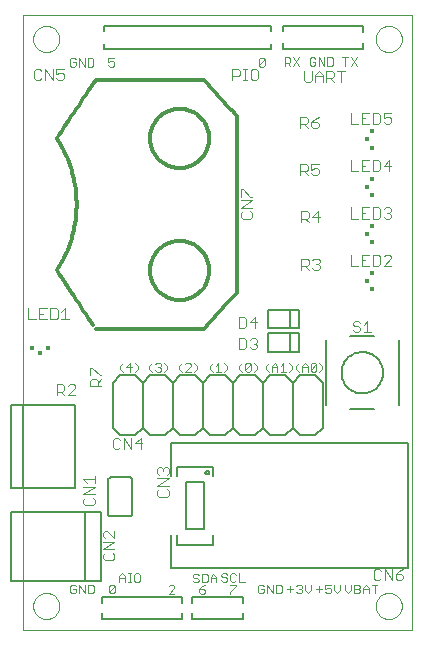
<source format=gto>
G75*
G70*
%OFA0B0*%
%FSLAX24Y24*%
%IPPOS*%
%LPD*%
%AMOC8*
5,1,8,0,0,1.08239X$1,22.5*
%
%ADD10C,0.0000*%
%ADD11C,0.0030*%
%ADD12C,0.0080*%
%ADD13R,0.0167X0.0128*%
%ADD14R,0.0138X0.0138*%
%ADD15C,0.0050*%
%ADD16C,0.0060*%
%ADD17C,0.0040*%
%ADD18R,0.0128X0.0167*%
%ADD19C,0.0118*%
D10*
X000519Y000100D02*
X000519Y020572D01*
X013511Y020572D01*
X013511Y000100D01*
X000519Y000100D01*
X000873Y000887D02*
X000875Y000928D01*
X000881Y000969D01*
X000891Y001009D01*
X000904Y001048D01*
X000921Y001085D01*
X000942Y001121D01*
X000966Y001155D01*
X000993Y001186D01*
X001022Y001214D01*
X001055Y001240D01*
X001089Y001262D01*
X001126Y001281D01*
X001164Y001296D01*
X001204Y001308D01*
X001244Y001316D01*
X001285Y001320D01*
X001327Y001320D01*
X001368Y001316D01*
X001408Y001308D01*
X001448Y001296D01*
X001486Y001281D01*
X001522Y001262D01*
X001557Y001240D01*
X001590Y001214D01*
X001619Y001186D01*
X001646Y001155D01*
X001670Y001121D01*
X001691Y001085D01*
X001708Y001048D01*
X001721Y001009D01*
X001731Y000969D01*
X001737Y000928D01*
X001739Y000887D01*
X001737Y000846D01*
X001731Y000805D01*
X001721Y000765D01*
X001708Y000726D01*
X001691Y000689D01*
X001670Y000653D01*
X001646Y000619D01*
X001619Y000588D01*
X001590Y000560D01*
X001557Y000534D01*
X001523Y000512D01*
X001486Y000493D01*
X001448Y000478D01*
X001408Y000466D01*
X001368Y000458D01*
X001327Y000454D01*
X001285Y000454D01*
X001244Y000458D01*
X001204Y000466D01*
X001164Y000478D01*
X001126Y000493D01*
X001090Y000512D01*
X001055Y000534D01*
X001022Y000560D01*
X000993Y000588D01*
X000966Y000619D01*
X000942Y000653D01*
X000921Y000689D01*
X000904Y000726D01*
X000891Y000765D01*
X000881Y000805D01*
X000875Y000846D01*
X000873Y000887D01*
X012290Y000887D02*
X012292Y000928D01*
X012298Y000969D01*
X012308Y001009D01*
X012321Y001048D01*
X012338Y001085D01*
X012359Y001121D01*
X012383Y001155D01*
X012410Y001186D01*
X012439Y001214D01*
X012472Y001240D01*
X012506Y001262D01*
X012543Y001281D01*
X012581Y001296D01*
X012621Y001308D01*
X012661Y001316D01*
X012702Y001320D01*
X012744Y001320D01*
X012785Y001316D01*
X012825Y001308D01*
X012865Y001296D01*
X012903Y001281D01*
X012939Y001262D01*
X012974Y001240D01*
X013007Y001214D01*
X013036Y001186D01*
X013063Y001155D01*
X013087Y001121D01*
X013108Y001085D01*
X013125Y001048D01*
X013138Y001009D01*
X013148Y000969D01*
X013154Y000928D01*
X013156Y000887D01*
X013154Y000846D01*
X013148Y000805D01*
X013138Y000765D01*
X013125Y000726D01*
X013108Y000689D01*
X013087Y000653D01*
X013063Y000619D01*
X013036Y000588D01*
X013007Y000560D01*
X012974Y000534D01*
X012940Y000512D01*
X012903Y000493D01*
X012865Y000478D01*
X012825Y000466D01*
X012785Y000458D01*
X012744Y000454D01*
X012702Y000454D01*
X012661Y000458D01*
X012621Y000466D01*
X012581Y000478D01*
X012543Y000493D01*
X012507Y000512D01*
X012472Y000534D01*
X012439Y000560D01*
X012410Y000588D01*
X012383Y000619D01*
X012359Y000653D01*
X012338Y000689D01*
X012321Y000726D01*
X012308Y000765D01*
X012298Y000805D01*
X012292Y000846D01*
X012290Y000887D01*
X012290Y019785D02*
X012292Y019826D01*
X012298Y019867D01*
X012308Y019907D01*
X012321Y019946D01*
X012338Y019983D01*
X012359Y020019D01*
X012383Y020053D01*
X012410Y020084D01*
X012439Y020112D01*
X012472Y020138D01*
X012506Y020160D01*
X012543Y020179D01*
X012581Y020194D01*
X012621Y020206D01*
X012661Y020214D01*
X012702Y020218D01*
X012744Y020218D01*
X012785Y020214D01*
X012825Y020206D01*
X012865Y020194D01*
X012903Y020179D01*
X012939Y020160D01*
X012974Y020138D01*
X013007Y020112D01*
X013036Y020084D01*
X013063Y020053D01*
X013087Y020019D01*
X013108Y019983D01*
X013125Y019946D01*
X013138Y019907D01*
X013148Y019867D01*
X013154Y019826D01*
X013156Y019785D01*
X013154Y019744D01*
X013148Y019703D01*
X013138Y019663D01*
X013125Y019624D01*
X013108Y019587D01*
X013087Y019551D01*
X013063Y019517D01*
X013036Y019486D01*
X013007Y019458D01*
X012974Y019432D01*
X012940Y019410D01*
X012903Y019391D01*
X012865Y019376D01*
X012825Y019364D01*
X012785Y019356D01*
X012744Y019352D01*
X012702Y019352D01*
X012661Y019356D01*
X012621Y019364D01*
X012581Y019376D01*
X012543Y019391D01*
X012507Y019410D01*
X012472Y019432D01*
X012439Y019458D01*
X012410Y019486D01*
X012383Y019517D01*
X012359Y019551D01*
X012338Y019587D01*
X012321Y019624D01*
X012308Y019663D01*
X012298Y019703D01*
X012292Y019744D01*
X012290Y019785D01*
X000873Y019785D02*
X000875Y019826D01*
X000881Y019867D01*
X000891Y019907D01*
X000904Y019946D01*
X000921Y019983D01*
X000942Y020019D01*
X000966Y020053D01*
X000993Y020084D01*
X001022Y020112D01*
X001055Y020138D01*
X001089Y020160D01*
X001126Y020179D01*
X001164Y020194D01*
X001204Y020206D01*
X001244Y020214D01*
X001285Y020218D01*
X001327Y020218D01*
X001368Y020214D01*
X001408Y020206D01*
X001448Y020194D01*
X001486Y020179D01*
X001522Y020160D01*
X001557Y020138D01*
X001590Y020112D01*
X001619Y020084D01*
X001646Y020053D01*
X001670Y020019D01*
X001691Y019983D01*
X001708Y019946D01*
X001721Y019907D01*
X001731Y019867D01*
X001737Y019826D01*
X001739Y019785D01*
X001737Y019744D01*
X001731Y019703D01*
X001721Y019663D01*
X001708Y019624D01*
X001691Y019587D01*
X001670Y019551D01*
X001646Y019517D01*
X001619Y019486D01*
X001590Y019458D01*
X001557Y019432D01*
X001523Y019410D01*
X001486Y019391D01*
X001448Y019376D01*
X001408Y019364D01*
X001368Y019356D01*
X001327Y019352D01*
X001285Y019352D01*
X001244Y019356D01*
X001204Y019364D01*
X001164Y019376D01*
X001126Y019391D01*
X001090Y019410D01*
X001055Y019432D01*
X001022Y019458D01*
X000993Y019486D01*
X000966Y019517D01*
X000942Y019551D01*
X000921Y019587D01*
X000904Y019624D01*
X000891Y019663D01*
X000881Y019703D01*
X000875Y019744D01*
X000873Y019785D01*
D11*
X002096Y019112D02*
X002096Y018918D01*
X002144Y018870D01*
X002241Y018870D01*
X002289Y018918D01*
X002289Y019015D01*
X002192Y019015D01*
X002096Y019112D02*
X002144Y019160D01*
X002241Y019160D01*
X002289Y019112D01*
X002390Y019160D02*
X002390Y018870D01*
X002584Y018870D02*
X002390Y019160D01*
X002584Y019160D02*
X002584Y018870D01*
X002685Y018870D02*
X002685Y019160D01*
X002830Y019160D01*
X002878Y019112D01*
X002878Y018918D01*
X002830Y018870D01*
X002685Y018870D01*
X003379Y018918D02*
X003427Y018870D01*
X003524Y018870D01*
X003572Y018918D01*
X003572Y019015D01*
X003524Y019063D01*
X003475Y019063D01*
X003379Y019015D01*
X003379Y019160D01*
X003572Y019160D01*
X007503Y018786D02*
X007503Y018416D01*
X007503Y018539D02*
X007688Y018539D01*
X007750Y018601D01*
X007750Y018724D01*
X007688Y018786D01*
X007503Y018786D01*
X007872Y018786D02*
X007995Y018786D01*
X007933Y018786D02*
X007933Y018416D01*
X007872Y018416D02*
X007995Y018416D01*
X008117Y018478D02*
X008117Y018724D01*
X008179Y018786D01*
X008302Y018786D01*
X008364Y018724D01*
X008364Y018478D01*
X008302Y018416D01*
X008179Y018416D01*
X008117Y018478D01*
X008447Y018870D02*
X008398Y018918D01*
X008592Y019112D01*
X008592Y018918D01*
X008543Y018870D01*
X008447Y018870D01*
X008398Y018918D02*
X008398Y019112D01*
X008447Y019160D01*
X008543Y019160D01*
X008592Y019112D01*
X009251Y019180D02*
X009251Y018889D01*
X009251Y018986D02*
X009396Y018986D01*
X009444Y019035D01*
X009444Y019131D01*
X009396Y019180D01*
X009251Y019180D01*
X009348Y018986D02*
X009444Y018889D01*
X009546Y018889D02*
X009739Y019180D01*
X009546Y019180D02*
X009739Y018889D01*
X009905Y018727D02*
X009905Y018418D01*
X009967Y018357D01*
X010090Y018357D01*
X010152Y018418D01*
X010152Y018727D01*
X010136Y018889D02*
X010233Y018889D01*
X010281Y018938D01*
X010281Y019035D01*
X010185Y019035D01*
X010281Y019131D02*
X010233Y019180D01*
X010136Y019180D01*
X010088Y019131D01*
X010088Y018938D01*
X010136Y018889D01*
X010382Y018889D02*
X010382Y019180D01*
X010576Y018889D01*
X010576Y019180D01*
X010677Y019180D02*
X010677Y018889D01*
X010822Y018889D01*
X010871Y018938D01*
X010871Y019131D01*
X010822Y019180D01*
X010677Y019180D01*
X010642Y018727D02*
X010827Y018727D01*
X010889Y018665D01*
X010889Y018542D01*
X010827Y018480D01*
X010642Y018480D01*
X010642Y018357D02*
X010642Y018727D01*
X010521Y018604D02*
X010521Y018357D01*
X010521Y018542D02*
X010274Y018542D01*
X010274Y018604D02*
X010397Y018727D01*
X010521Y018604D01*
X010274Y018604D02*
X010274Y018357D01*
X010765Y018480D02*
X010889Y018357D01*
X011134Y018357D02*
X011134Y018727D01*
X011257Y018727D02*
X011010Y018727D01*
X011277Y018889D02*
X011277Y019180D01*
X011373Y019180D02*
X011180Y019180D01*
X011475Y019180D02*
X011668Y018889D01*
X011475Y018889D02*
X011668Y019180D01*
X011819Y017324D02*
X011819Y016954D01*
X012066Y016954D01*
X012188Y016954D02*
X012188Y017324D01*
X012373Y017324D01*
X012435Y017262D01*
X012435Y017015D01*
X012373Y016954D01*
X012188Y016954D01*
X012066Y017324D02*
X011819Y017324D01*
X011819Y017139D02*
X011943Y017139D01*
X011698Y016954D02*
X011451Y016954D01*
X011451Y017324D01*
X011451Y015749D02*
X011451Y015379D01*
X011698Y015379D01*
X011819Y015379D02*
X012066Y015379D01*
X012188Y015379D02*
X012373Y015379D01*
X012435Y015440D01*
X012435Y015687D01*
X012373Y015749D01*
X012188Y015749D01*
X012188Y015379D01*
X011943Y015564D02*
X011819Y015564D01*
X011819Y015749D02*
X011819Y015379D01*
X011819Y015749D02*
X012066Y015749D01*
X012556Y015564D02*
X012803Y015564D01*
X012741Y015379D02*
X012741Y015749D01*
X012556Y015564D01*
X012618Y016954D02*
X012556Y017015D01*
X012618Y016954D02*
X012741Y016954D01*
X012803Y017015D01*
X012803Y017139D01*
X012741Y017200D01*
X012679Y017200D01*
X012556Y017139D01*
X012556Y017324D01*
X012803Y017324D01*
X012741Y014174D02*
X012618Y014174D01*
X012556Y014113D01*
X012435Y014113D02*
X012435Y013866D01*
X012373Y013804D01*
X012188Y013804D01*
X012188Y014174D01*
X012373Y014174D01*
X012435Y014113D01*
X012556Y013866D02*
X012618Y013804D01*
X012741Y013804D01*
X012803Y013866D01*
X012803Y013927D01*
X012741Y013989D01*
X012679Y013989D01*
X012741Y013989D02*
X012803Y014051D01*
X012803Y014113D01*
X012741Y014174D01*
X012066Y014174D02*
X011819Y014174D01*
X011819Y013804D01*
X012066Y013804D01*
X011943Y013989D02*
X011819Y013989D01*
X011698Y013804D02*
X011451Y013804D01*
X011451Y014174D01*
X010426Y013857D02*
X010180Y013857D01*
X010365Y014042D01*
X010365Y013672D01*
X010058Y013672D02*
X009935Y013796D01*
X009996Y013796D02*
X009811Y013796D01*
X009811Y013672D02*
X009811Y014042D01*
X009996Y014042D01*
X010058Y013981D01*
X010058Y013857D01*
X009996Y013796D01*
X009996Y012468D02*
X009811Y012468D01*
X009811Y012097D01*
X009811Y012221D02*
X009996Y012221D01*
X010058Y012282D01*
X010058Y012406D01*
X009996Y012468D01*
X010180Y012406D02*
X010241Y012468D01*
X010365Y012468D01*
X010426Y012406D01*
X010426Y012344D01*
X010365Y012282D01*
X010426Y012221D01*
X010426Y012159D01*
X010365Y012097D01*
X010241Y012097D01*
X010180Y012159D01*
X010058Y012097D02*
X009935Y012221D01*
X010303Y012282D02*
X010365Y012282D01*
X011451Y012229D02*
X011698Y012229D01*
X011819Y012229D02*
X011819Y012599D01*
X012066Y012599D01*
X012188Y012599D02*
X012188Y012229D01*
X012373Y012229D01*
X012435Y012291D01*
X012435Y012538D01*
X012373Y012599D01*
X012188Y012599D01*
X012066Y012229D02*
X011819Y012229D01*
X011819Y012414D02*
X011943Y012414D01*
X011451Y012599D02*
X011451Y012229D01*
X012556Y012229D02*
X012803Y012476D01*
X012803Y012538D01*
X012741Y012599D01*
X012618Y012599D01*
X012556Y012538D01*
X012556Y012229D02*
X012803Y012229D01*
X012014Y010391D02*
X012014Y010021D01*
X012137Y010021D02*
X011890Y010021D01*
X011769Y010082D02*
X011769Y010144D01*
X011707Y010206D01*
X011584Y010206D01*
X011522Y010267D01*
X011522Y010329D01*
X011584Y010391D01*
X011707Y010391D01*
X011769Y010329D01*
X011890Y010267D02*
X012014Y010391D01*
X011769Y010082D02*
X011707Y010021D01*
X011584Y010021D01*
X011522Y010082D01*
X010414Y008988D02*
X010511Y008891D01*
X010511Y008794D01*
X010414Y008698D01*
X010313Y008746D02*
X010313Y008940D01*
X010119Y008746D01*
X010168Y008698D01*
X010264Y008698D01*
X010313Y008746D01*
X010313Y008940D02*
X010264Y008988D01*
X010168Y008988D01*
X010119Y008940D01*
X010119Y008746D01*
X010018Y008698D02*
X010018Y008891D01*
X009921Y008988D01*
X009825Y008891D01*
X009825Y008698D01*
X009725Y008698D02*
X009628Y008794D01*
X009628Y008891D01*
X009725Y008988D01*
X009825Y008843D02*
X010018Y008843D01*
X009507Y008794D02*
X009507Y008891D01*
X009410Y008988D01*
X009507Y008794D02*
X009410Y008698D01*
X009309Y008698D02*
X009115Y008698D01*
X009212Y008698D02*
X009212Y008988D01*
X009115Y008891D01*
X009014Y008891D02*
X009014Y008698D01*
X009014Y008843D02*
X008821Y008843D01*
X008821Y008891D02*
X008821Y008698D01*
X008721Y008698D02*
X008624Y008794D01*
X008624Y008891D01*
X008721Y008988D01*
X008821Y008891D02*
X008917Y008988D01*
X009014Y008891D01*
X008326Y008891D02*
X008326Y008794D01*
X008230Y008698D01*
X008128Y008746D02*
X008128Y008940D01*
X007935Y008746D01*
X007983Y008698D01*
X008080Y008698D01*
X008128Y008746D01*
X007935Y008746D02*
X007935Y008940D01*
X007983Y008988D01*
X008080Y008988D01*
X008128Y008940D01*
X008230Y008988D02*
X008326Y008891D01*
X008280Y009451D02*
X008156Y009451D01*
X008095Y009513D01*
X007973Y009513D02*
X007911Y009451D01*
X007726Y009451D01*
X007726Y009822D01*
X007911Y009822D01*
X007973Y009760D01*
X007973Y009513D01*
X008095Y009760D02*
X008156Y009822D01*
X008280Y009822D01*
X008341Y009760D01*
X008341Y009698D01*
X008280Y009636D01*
X008341Y009575D01*
X008341Y009513D01*
X008280Y009451D01*
X008280Y009636D02*
X008218Y009636D01*
X008280Y010160D02*
X008280Y010530D01*
X008095Y010345D01*
X008341Y010345D01*
X007973Y010222D02*
X007973Y010468D01*
X007911Y010530D01*
X007726Y010530D01*
X007726Y010160D01*
X007911Y010160D01*
X007973Y010222D01*
X007835Y008988D02*
X007738Y008891D01*
X007738Y008794D01*
X007835Y008698D01*
X007342Y008794D02*
X007342Y008891D01*
X007245Y008988D01*
X007342Y008794D02*
X007245Y008698D01*
X007144Y008698D02*
X006951Y008698D01*
X007047Y008698D02*
X007047Y008988D01*
X006951Y008891D01*
X006851Y008988D02*
X006754Y008891D01*
X006754Y008794D01*
X006851Y008698D01*
X006318Y008794D02*
X006318Y008891D01*
X006222Y008988D01*
X006120Y008940D02*
X006072Y008988D01*
X005975Y008988D01*
X005927Y008940D01*
X005827Y008988D02*
X005731Y008891D01*
X005731Y008794D01*
X005827Y008698D01*
X005927Y008698D02*
X006120Y008891D01*
X006120Y008940D01*
X006120Y008698D02*
X005927Y008698D01*
X006222Y008698D02*
X006318Y008794D01*
X005334Y008794D02*
X005334Y008891D01*
X005237Y008988D01*
X005136Y008940D02*
X005136Y008891D01*
X005088Y008843D01*
X005136Y008794D01*
X005136Y008746D01*
X005088Y008698D01*
X004991Y008698D01*
X004943Y008746D01*
X004843Y008698D02*
X004746Y008794D01*
X004746Y008891D01*
X004843Y008988D01*
X004943Y008940D02*
X004991Y008988D01*
X005088Y008988D01*
X005136Y008940D01*
X005088Y008843D02*
X005039Y008843D01*
X005237Y008698D02*
X005334Y008794D01*
X004350Y008794D02*
X004350Y008891D01*
X004253Y008988D01*
X004104Y008988D02*
X004104Y008698D01*
X004253Y008698D02*
X004350Y008794D01*
X004152Y008843D02*
X003958Y008843D01*
X004104Y008988D01*
X003859Y008988D02*
X003762Y008891D01*
X003762Y008794D01*
X003859Y008698D01*
X003147Y008580D02*
X003086Y008580D01*
X002839Y008827D01*
X002777Y008827D01*
X002777Y008580D01*
X002839Y008458D02*
X002962Y008458D01*
X003024Y008397D01*
X003024Y008211D01*
X003147Y008211D02*
X002777Y008211D01*
X002777Y008397D01*
X002839Y008458D01*
X003024Y008335D02*
X003147Y008458D01*
X002276Y008218D02*
X002215Y008280D01*
X002091Y008280D01*
X002030Y008218D01*
X001908Y008218D02*
X001908Y008095D01*
X001846Y008033D01*
X001661Y008033D01*
X001661Y007910D02*
X001661Y008280D01*
X001846Y008280D01*
X001908Y008218D01*
X001785Y008033D02*
X001908Y007910D01*
X002030Y007910D02*
X002276Y008157D01*
X002276Y008218D01*
X002276Y007910D02*
X002030Y007910D01*
X003526Y006436D02*
X003526Y006189D01*
X003588Y006127D01*
X003711Y006127D01*
X003773Y006189D01*
X003894Y006127D02*
X003894Y006498D01*
X004141Y006127D01*
X004141Y006498D01*
X004262Y006312D02*
X004509Y006312D01*
X004448Y006127D02*
X004448Y006498D01*
X004262Y006312D01*
X003773Y006436D02*
X003711Y006498D01*
X003588Y006498D01*
X003526Y006436D01*
X002916Y005234D02*
X002916Y004987D01*
X002916Y004865D02*
X002545Y004865D01*
X002669Y004987D02*
X002545Y005110D01*
X002916Y005110D01*
X002916Y004865D02*
X002545Y004619D01*
X002916Y004619D01*
X002854Y004497D02*
X002916Y004435D01*
X002916Y004312D01*
X002854Y004250D01*
X002607Y004250D01*
X002545Y004312D01*
X002545Y004435D01*
X002607Y004497D01*
X003270Y003399D02*
X003209Y003337D01*
X003209Y003214D01*
X003270Y003152D01*
X003209Y003031D02*
X003579Y003031D01*
X003209Y002784D01*
X003579Y002784D01*
X003517Y002662D02*
X003579Y002601D01*
X003579Y002477D01*
X003517Y002416D01*
X003270Y002416D01*
X003209Y002477D01*
X003209Y002601D01*
X003270Y002662D01*
X003579Y003152D02*
X003332Y003399D01*
X003270Y003399D01*
X003579Y003399D02*
X003579Y003152D01*
X003840Y001975D02*
X003743Y001878D01*
X003743Y001685D01*
X003743Y001830D02*
X003937Y001830D01*
X003937Y001878D02*
X003937Y001685D01*
X004038Y001685D02*
X004135Y001685D01*
X004086Y001685D02*
X004086Y001975D01*
X004038Y001975D02*
X004135Y001975D01*
X004234Y001927D02*
X004234Y001733D01*
X004283Y001685D01*
X004379Y001685D01*
X004428Y001733D01*
X004428Y001927D01*
X004379Y001975D01*
X004283Y001975D01*
X004234Y001927D01*
X003937Y001878D02*
X003840Y001975D01*
X003547Y001601D02*
X003596Y001553D01*
X003402Y001359D01*
X003450Y001311D01*
X003547Y001311D01*
X003596Y001359D01*
X003596Y001553D01*
X003547Y001601D02*
X003450Y001601D01*
X003402Y001553D01*
X003402Y001359D01*
X002888Y001357D02*
X002888Y001551D01*
X002840Y001599D01*
X002695Y001599D01*
X002695Y001309D01*
X002840Y001309D01*
X002888Y001357D01*
X002594Y001309D02*
X002594Y001599D01*
X002400Y001599D02*
X002594Y001309D01*
X002400Y001309D02*
X002400Y001599D01*
X002299Y001551D02*
X002251Y001599D01*
X002154Y001599D01*
X002106Y001551D01*
X002106Y001357D01*
X002154Y001309D01*
X002251Y001309D01*
X002299Y001357D01*
X002299Y001454D01*
X002202Y001454D01*
X005073Y004528D02*
X005011Y004590D01*
X005011Y004713D01*
X005073Y004775D01*
X005011Y004896D02*
X005382Y005143D01*
X005011Y005143D01*
X005073Y005265D02*
X005011Y005326D01*
X005011Y005450D01*
X005073Y005511D01*
X005135Y005511D01*
X005197Y005450D01*
X005258Y005511D01*
X005320Y005511D01*
X005382Y005450D01*
X005382Y005326D01*
X005320Y005265D01*
X005197Y005388D02*
X005197Y005450D01*
X005382Y004896D02*
X005011Y004896D01*
X005073Y004528D02*
X005320Y004528D01*
X005382Y004590D01*
X005382Y004713D01*
X005320Y004775D01*
X006242Y001963D02*
X006194Y001915D01*
X006194Y001866D01*
X006242Y001818D01*
X006339Y001818D01*
X006388Y001770D01*
X006388Y001721D01*
X006339Y001673D01*
X006242Y001673D01*
X006194Y001721D01*
X006242Y001963D02*
X006339Y001963D01*
X006388Y001915D01*
X006489Y001963D02*
X006489Y001673D01*
X006634Y001673D01*
X006682Y001721D01*
X006682Y001915D01*
X006634Y001963D01*
X006489Y001963D01*
X006783Y001866D02*
X006783Y001673D01*
X006783Y001818D02*
X006977Y001818D01*
X006977Y001866D02*
X006977Y001673D01*
X007139Y001741D02*
X007187Y001693D01*
X007284Y001693D01*
X007332Y001741D01*
X007332Y001789D01*
X007284Y001838D01*
X007187Y001838D01*
X007139Y001886D01*
X007139Y001935D01*
X007187Y001983D01*
X007284Y001983D01*
X007332Y001935D01*
X007434Y001935D02*
X007434Y001741D01*
X007482Y001693D01*
X007579Y001693D01*
X007627Y001741D01*
X007728Y001693D02*
X007922Y001693D01*
X007728Y001693D02*
X007728Y001983D01*
X007627Y001935D02*
X007579Y001983D01*
X007482Y001983D01*
X007434Y001935D01*
X007434Y001589D02*
X007627Y001589D01*
X007627Y001541D01*
X007434Y001347D01*
X007434Y001299D01*
X006977Y001866D02*
X006880Y001963D01*
X006783Y001866D01*
X006603Y001589D02*
X006507Y001541D01*
X006410Y001444D01*
X006555Y001444D01*
X006603Y001396D01*
X006603Y001347D01*
X006555Y001299D01*
X006458Y001299D01*
X006410Y001347D01*
X006410Y001444D01*
X005580Y001492D02*
X005580Y001541D01*
X005531Y001589D01*
X005435Y001589D01*
X005386Y001541D01*
X005580Y001492D02*
X005386Y001299D01*
X005580Y001299D01*
X008365Y001357D02*
X008414Y001309D01*
X008510Y001309D01*
X008559Y001357D01*
X008559Y001454D01*
X008462Y001454D01*
X008365Y001551D02*
X008365Y001357D01*
X008365Y001551D02*
X008414Y001599D01*
X008510Y001599D01*
X008559Y001551D01*
X008660Y001599D02*
X008660Y001309D01*
X008853Y001309D02*
X008660Y001599D01*
X008853Y001599D02*
X008853Y001309D01*
X008955Y001309D02*
X009100Y001309D01*
X009148Y001357D01*
X009148Y001551D01*
X009100Y001599D01*
X008955Y001599D01*
X008955Y001309D01*
X009344Y001456D02*
X009537Y001456D01*
X009440Y001553D02*
X009440Y001359D01*
X009638Y001359D02*
X009687Y001311D01*
X009783Y001311D01*
X009832Y001359D01*
X009832Y001407D01*
X009783Y001456D01*
X009735Y001456D01*
X009783Y001456D02*
X009832Y001504D01*
X009832Y001553D01*
X009783Y001601D01*
X009687Y001601D01*
X009638Y001553D01*
X009933Y001601D02*
X009933Y001407D01*
X010030Y001311D01*
X010126Y001407D01*
X010126Y001601D01*
X010312Y001456D02*
X010506Y001456D01*
X010607Y001456D02*
X010704Y001504D01*
X010752Y001504D01*
X010800Y001456D01*
X010800Y001359D01*
X010752Y001311D01*
X010655Y001311D01*
X010607Y001359D01*
X010607Y001456D02*
X010607Y001601D01*
X010800Y001601D01*
X010901Y001601D02*
X010901Y001407D01*
X010998Y001311D01*
X011095Y001407D01*
X011095Y001601D01*
X011267Y001601D02*
X011267Y001407D01*
X011364Y001311D01*
X011461Y001407D01*
X011461Y001601D01*
X011562Y001601D02*
X011707Y001601D01*
X011755Y001553D01*
X011755Y001504D01*
X011707Y001456D01*
X011562Y001456D01*
X011562Y001311D02*
X011562Y001601D01*
X011562Y001311D02*
X011707Y001311D01*
X011755Y001359D01*
X011755Y001407D01*
X011707Y001456D01*
X011857Y001456D02*
X012050Y001456D01*
X012050Y001504D02*
X012050Y001311D01*
X012050Y001504D02*
X011953Y001601D01*
X011857Y001504D01*
X011857Y001311D01*
X012248Y001311D02*
X012248Y001601D01*
X012151Y001601D02*
X012345Y001601D01*
X010409Y001553D02*
X010409Y001359D01*
X008110Y013797D02*
X007863Y013797D01*
X007801Y013859D01*
X007801Y013983D01*
X007863Y014044D01*
X007801Y014166D02*
X008171Y014413D01*
X007801Y014413D01*
X007801Y014534D02*
X007801Y014781D01*
X007863Y014781D01*
X008110Y014534D01*
X008171Y014534D01*
X008171Y014166D02*
X007801Y014166D01*
X008110Y014044D02*
X008171Y013983D01*
X008171Y013859D01*
X008110Y013797D01*
X009772Y015251D02*
X009772Y015621D01*
X009957Y015621D01*
X010019Y015559D01*
X010019Y015436D01*
X009957Y015374D01*
X009772Y015374D01*
X009895Y015374D02*
X010019Y015251D01*
X010140Y015313D02*
X010202Y015251D01*
X010325Y015251D01*
X010387Y015313D01*
X010387Y015436D01*
X010325Y015498D01*
X010264Y015498D01*
X010140Y015436D01*
X010140Y015621D01*
X010387Y015621D01*
X010325Y016822D02*
X010202Y016822D01*
X010140Y016883D01*
X010140Y017007D01*
X010325Y017007D01*
X010387Y016945D01*
X010387Y016883D01*
X010325Y016822D01*
X010140Y017007D02*
X010264Y017130D01*
X010387Y017192D01*
X010019Y017130D02*
X010019Y017007D01*
X009957Y016945D01*
X009772Y016945D01*
X009772Y016822D02*
X009772Y017192D01*
X009957Y017192D01*
X010019Y017130D01*
X009895Y016945D02*
X010019Y016822D01*
X002055Y010438D02*
X001808Y010438D01*
X001931Y010438D02*
X001931Y010808D01*
X001808Y010685D01*
X001686Y010746D02*
X001686Y010500D01*
X001625Y010438D01*
X001440Y010438D01*
X001440Y010808D01*
X001625Y010808D01*
X001686Y010746D01*
X001318Y010808D02*
X001071Y010808D01*
X001071Y010438D01*
X001318Y010438D01*
X001195Y010623D02*
X001071Y010623D01*
X000950Y010438D02*
X000703Y010438D01*
X000703Y010808D01*
D12*
X003245Y019450D02*
X003245Y019618D01*
X003245Y019450D02*
X008806Y019450D01*
X008806Y019618D01*
X009200Y019647D02*
X009200Y019450D01*
X011857Y019450D01*
X011857Y019647D01*
X011857Y020031D02*
X011857Y020208D01*
X009200Y020208D01*
X009200Y020041D01*
X008806Y020061D02*
X008806Y020208D01*
X003245Y020208D01*
X003245Y020061D01*
X010617Y009746D02*
X010617Y007580D01*
X011444Y007443D02*
X012231Y007443D01*
X011149Y008663D02*
X011151Y008715D01*
X011157Y008767D01*
X011167Y008818D01*
X011180Y008868D01*
X011198Y008918D01*
X011219Y008965D01*
X011243Y009011D01*
X011272Y009055D01*
X011303Y009097D01*
X011337Y009136D01*
X011374Y009173D01*
X011414Y009206D01*
X011457Y009237D01*
X011501Y009264D01*
X011547Y009288D01*
X011596Y009308D01*
X011645Y009324D01*
X011696Y009337D01*
X011747Y009346D01*
X011799Y009351D01*
X011851Y009352D01*
X011903Y009349D01*
X011955Y009342D01*
X012006Y009331D01*
X012056Y009317D01*
X012105Y009298D01*
X012152Y009276D01*
X012197Y009251D01*
X012241Y009222D01*
X012282Y009190D01*
X012321Y009155D01*
X012356Y009117D01*
X012389Y009076D01*
X012419Y009034D01*
X012445Y008989D01*
X012468Y008942D01*
X012487Y008893D01*
X012503Y008843D01*
X012515Y008793D01*
X012523Y008741D01*
X012527Y008689D01*
X012527Y008637D01*
X012523Y008585D01*
X012515Y008533D01*
X012503Y008483D01*
X012487Y008433D01*
X012468Y008384D01*
X012445Y008337D01*
X012419Y008292D01*
X012389Y008250D01*
X012356Y008209D01*
X012321Y008171D01*
X012282Y008136D01*
X012241Y008104D01*
X012197Y008075D01*
X012152Y008050D01*
X012105Y008028D01*
X012056Y008009D01*
X012006Y007995D01*
X011955Y007984D01*
X011903Y007977D01*
X011851Y007974D01*
X011799Y007975D01*
X011747Y007980D01*
X011696Y007989D01*
X011645Y008002D01*
X011596Y008018D01*
X011547Y008038D01*
X011501Y008062D01*
X011457Y008089D01*
X011414Y008120D01*
X011374Y008153D01*
X011337Y008190D01*
X011303Y008229D01*
X011272Y008271D01*
X011243Y008315D01*
X011219Y008361D01*
X011198Y008408D01*
X011180Y008458D01*
X011167Y008508D01*
X011157Y008559D01*
X011151Y008611D01*
X011149Y008663D01*
X011444Y009883D02*
X012231Y009883D01*
X013058Y009746D02*
X013058Y007580D01*
X007851Y001193D02*
X007851Y000996D01*
X007851Y001193D02*
X006178Y001193D01*
X006178Y000996D01*
X006178Y000651D02*
X006178Y000454D01*
X007851Y000454D01*
X007851Y000651D01*
X005834Y000651D02*
X005834Y000454D01*
X003176Y000454D01*
X003176Y000651D01*
X003176Y000996D02*
X003176Y001193D01*
X005834Y001193D01*
X005834Y000996D01*
D13*
X012157Y011444D03*
X012157Y011985D03*
X012157Y013018D03*
X012157Y013560D03*
X012157Y014593D03*
X012157Y015134D03*
X012157Y016168D03*
X012157Y016709D03*
D14*
X012005Y016439D03*
X012005Y014864D03*
X012005Y013289D03*
X012005Y011714D03*
X001109Y009322D03*
D15*
X000538Y007580D02*
X000125Y007580D01*
X000125Y004824D01*
X000538Y004824D01*
X000538Y007580D01*
X002271Y007580D01*
X002271Y004824D01*
X000538Y004824D01*
X000135Y004037D02*
X002595Y004037D01*
X002595Y001714D01*
X000135Y001714D01*
X000135Y004037D01*
X002595Y004037D02*
X003127Y004037D01*
X003127Y001714D01*
X002595Y001714D01*
X005476Y002147D02*
X013350Y002147D01*
X013350Y006320D01*
X005476Y006320D01*
X005476Y005218D01*
X005657Y005218D02*
X005657Y005533D01*
X006870Y005533D01*
X006870Y005218D01*
X006612Y005335D02*
X006614Y005350D01*
X006620Y005365D01*
X006629Y005377D01*
X006641Y005387D01*
X006655Y005394D01*
X006670Y005397D01*
X006686Y005396D01*
X006700Y005391D01*
X006714Y005383D01*
X006724Y005371D01*
X006732Y005358D01*
X006736Y005343D01*
X006736Y005327D01*
X006732Y005312D01*
X006724Y005299D01*
X006714Y005287D01*
X006700Y005279D01*
X006686Y005274D01*
X006670Y005273D01*
X006655Y005276D01*
X006641Y005283D01*
X006629Y005293D01*
X006620Y005305D01*
X006614Y005320D01*
X006612Y005335D01*
X006559Y005021D02*
X005968Y005021D01*
X005968Y003446D01*
X006559Y003446D01*
X006559Y005021D01*
X006870Y003250D02*
X006870Y002935D01*
X005657Y002935D01*
X005657Y003250D01*
X005476Y003250D02*
X005476Y002147D01*
X008708Y009352D02*
X008708Y009982D01*
X009436Y009982D01*
X009436Y009352D01*
X008708Y009352D01*
X008708Y010139D02*
X008708Y010769D01*
X009436Y010769D01*
X009436Y010139D01*
X008708Y010139D01*
X009436Y010139D02*
X009731Y010139D01*
X009731Y010769D01*
X009436Y010769D01*
X009436Y009982D02*
X009731Y009982D01*
X009731Y009352D01*
X009436Y009352D01*
D16*
X009281Y008580D02*
X009531Y008330D01*
X009531Y006830D01*
X009781Y006580D01*
X010281Y006580D01*
X010531Y006830D01*
X010531Y008330D01*
X010281Y008580D01*
X009781Y008580D01*
X009531Y008330D01*
X009281Y008580D02*
X008781Y008580D01*
X008531Y008330D01*
X008531Y006830D01*
X008781Y006580D01*
X009281Y006580D01*
X009531Y006830D01*
X008531Y006830D02*
X008281Y006580D01*
X007781Y006580D01*
X007531Y006830D01*
X007531Y008330D01*
X007781Y008580D01*
X008281Y008580D01*
X008531Y008330D01*
X007531Y008330D02*
X007281Y008580D01*
X006781Y008580D01*
X006531Y008330D01*
X006531Y006830D01*
X006781Y006580D01*
X007281Y006580D01*
X007531Y006830D01*
X006531Y006830D02*
X006281Y006580D01*
X005781Y006580D01*
X005531Y006830D01*
X005531Y008330D01*
X005781Y008580D01*
X006281Y008580D01*
X006531Y008330D01*
X005531Y008330D02*
X005281Y008580D01*
X004781Y008580D01*
X004531Y008330D01*
X004531Y006830D01*
X004781Y006580D01*
X005281Y006580D01*
X005531Y006830D01*
X004531Y006830D02*
X004281Y006580D01*
X003781Y006580D01*
X003531Y006830D01*
X003531Y008330D01*
X003781Y008580D01*
X004281Y008580D01*
X004531Y008330D01*
X004067Y005179D02*
X003467Y005179D01*
X003450Y005177D01*
X003433Y005173D01*
X003417Y005166D01*
X003403Y005156D01*
X003390Y005143D01*
X003380Y005129D01*
X003373Y005113D01*
X003369Y005096D01*
X003367Y005079D01*
X003367Y003979D01*
X003369Y003962D01*
X003373Y003945D01*
X003380Y003929D01*
X003390Y003915D01*
X003403Y003902D01*
X003417Y003892D01*
X003433Y003885D01*
X003450Y003881D01*
X003467Y003879D01*
X004067Y003879D01*
X004084Y003881D01*
X004101Y003885D01*
X004117Y003892D01*
X004131Y003902D01*
X004144Y003915D01*
X004154Y003929D01*
X004161Y003945D01*
X004165Y003962D01*
X004167Y003979D01*
X004167Y005079D01*
X004165Y005096D01*
X004161Y005113D01*
X004154Y005129D01*
X004144Y005143D01*
X004131Y005156D01*
X004117Y005166D01*
X004101Y005173D01*
X004084Y005177D01*
X004067Y005179D01*
D17*
X012215Y002064D02*
X012215Y001824D01*
X012275Y001764D01*
X012395Y001764D01*
X012455Y001824D01*
X012584Y001764D02*
X012584Y002124D01*
X012824Y001764D01*
X012824Y002124D01*
X012952Y001944D02*
X013132Y001944D01*
X013192Y001884D01*
X013192Y001824D01*
X013132Y001764D01*
X013012Y001764D01*
X012952Y001824D01*
X012952Y001944D01*
X013072Y002064D01*
X013192Y002124D01*
X012455Y002064D02*
X012395Y002124D01*
X012275Y002124D01*
X012215Y002064D01*
X001824Y018427D02*
X001703Y018427D01*
X001643Y018487D01*
X001643Y018607D02*
X001764Y018667D01*
X001824Y018667D01*
X001884Y018607D01*
X001884Y018487D01*
X001824Y018427D01*
X001643Y018607D02*
X001643Y018787D01*
X001884Y018787D01*
X001515Y018787D02*
X001515Y018427D01*
X001275Y018787D01*
X001275Y018427D01*
X001147Y018487D02*
X001087Y018427D01*
X000967Y018427D01*
X000907Y018487D01*
X000907Y018727D01*
X000967Y018787D01*
X001087Y018787D01*
X001147Y018727D01*
D18*
X001380Y009475D03*
X000839Y009475D03*
D19*
X002221Y011220D02*
X002140Y011342D01*
X002058Y011463D01*
X001896Y011707D01*
X001815Y011829D01*
X001734Y011951D01*
X001653Y012072D01*
X001708Y012156D02*
X001759Y012241D01*
X001808Y012327D01*
X001856Y012413D01*
X001901Y012501D01*
X001943Y012590D01*
X001984Y012679D01*
X002022Y012769D01*
X002091Y012951D01*
X002122Y013043D01*
X002150Y013135D01*
X002178Y013228D01*
X002202Y013322D01*
X002222Y013416D01*
X002243Y013510D01*
X002260Y013605D01*
X002288Y013795D01*
X002298Y013890D01*
X002305Y013986D01*
X002312Y014081D01*
X002316Y014177D01*
X002316Y014369D01*
X002312Y014465D01*
X002305Y014561D01*
X002298Y014656D01*
X002288Y014752D01*
X002260Y014942D01*
X002243Y015037D01*
X002222Y015131D01*
X002202Y015225D01*
X002178Y015318D01*
X002150Y015411D01*
X002122Y015504D01*
X002091Y015596D01*
X002057Y015687D01*
X002022Y015778D01*
X001984Y015868D01*
X001943Y015957D01*
X001901Y016045D01*
X001856Y016133D01*
X001808Y016219D01*
X001759Y016306D01*
X001708Y016391D01*
X001653Y016474D01*
X001734Y016596D02*
X001815Y016718D01*
X001896Y016839D01*
X002058Y017083D01*
X002140Y017205D01*
X002221Y017327D01*
X002302Y017448D01*
X002383Y017570D01*
X002465Y017692D01*
X002546Y017814D01*
X002627Y017936D01*
X002708Y018057D01*
X002789Y018179D01*
X002871Y018301D01*
X002952Y018423D01*
X002980Y018423D02*
X006554Y018423D01*
X006623Y018348D02*
X006691Y018273D01*
X006760Y018198D01*
X006829Y018123D01*
X006897Y018048D01*
X006966Y017973D01*
X007035Y017897D01*
X007103Y017822D01*
X007172Y017747D01*
X007241Y017672D01*
X007309Y017597D01*
X007378Y017522D01*
X007447Y017447D01*
X007515Y017372D01*
X007584Y017297D01*
X007653Y017222D01*
X007653Y011324D01*
X007584Y011249D02*
X007515Y011174D01*
X007447Y011099D01*
X007378Y011024D01*
X007309Y010949D01*
X007241Y010874D01*
X007172Y010799D01*
X007103Y010724D01*
X007035Y010649D01*
X006966Y010574D01*
X006897Y010499D01*
X006829Y010424D01*
X006760Y010349D01*
X006691Y010274D01*
X006623Y010199D01*
X006554Y010124D01*
X006526Y010124D02*
X002952Y010124D01*
X002871Y010245D02*
X002789Y010367D01*
X002708Y010489D01*
X002627Y010611D01*
X002546Y010733D01*
X002465Y010854D01*
X002383Y010976D01*
X002302Y011098D01*
X002221Y011220D01*
X004793Y011842D02*
X004801Y011811D01*
X004811Y011780D01*
X004820Y011749D01*
X004832Y011719D01*
X004844Y011689D01*
X004857Y011660D01*
X004870Y011631D01*
X004885Y011603D01*
X004900Y011575D01*
X004917Y011548D01*
X004935Y011522D01*
X004952Y011496D01*
X004971Y011470D01*
X005011Y011422D01*
X005033Y011399D01*
X005077Y011354D01*
X005100Y011333D01*
X005125Y011313D01*
X005149Y011293D01*
X005174Y011274D01*
X005201Y011256D01*
X005227Y011239D01*
X005254Y011222D01*
X005282Y011207D01*
X005310Y011192D01*
X005338Y011178D01*
X005368Y011165D01*
X005397Y011153D01*
X005427Y011142D01*
X005458Y011132D01*
X005489Y011123D01*
X005521Y011115D01*
X005585Y011102D01*
X005617Y011097D01*
X005650Y011093D01*
X005683Y011090D01*
X005717Y011088D01*
X005785Y011088D01*
X005818Y011090D01*
X005852Y011093D01*
X005885Y011097D01*
X005917Y011102D01*
X005949Y011108D01*
X005981Y011115D01*
X006013Y011123D01*
X006044Y011132D01*
X006074Y011142D01*
X006105Y011153D01*
X006134Y011165D01*
X006164Y011178D01*
X006192Y011192D01*
X006220Y011207D01*
X006248Y011222D01*
X006275Y011239D01*
X006301Y011256D01*
X006327Y011274D01*
X006353Y011293D01*
X006377Y011313D01*
X006401Y011333D01*
X006424Y011354D01*
X006447Y011376D01*
X006469Y011399D01*
X006490Y011422D01*
X006531Y011470D01*
X006549Y011496D01*
X006585Y011548D01*
X006601Y011575D01*
X006616Y011603D01*
X006631Y011631D01*
X006645Y011660D01*
X006658Y011689D01*
X006670Y011719D01*
X006681Y011749D01*
X006691Y011780D01*
X006700Y011811D01*
X006708Y011842D01*
X006722Y011906D01*
X006727Y011939D01*
X006733Y012005D01*
X006735Y012039D01*
X006735Y012106D01*
X006733Y012140D01*
X006730Y012173D01*
X006727Y012206D01*
X006722Y012239D01*
X006715Y012271D01*
X006708Y012303D01*
X006700Y012334D01*
X006691Y012365D01*
X006681Y012396D01*
X006670Y012426D01*
X006658Y012456D01*
X006645Y012485D01*
X006631Y012514D01*
X006616Y012542D01*
X006601Y012570D01*
X006585Y012597D01*
X006567Y012623D01*
X006549Y012649D01*
X006531Y012674D01*
X006510Y012699D01*
X006490Y012723D01*
X006469Y012746D01*
X006447Y012769D01*
X006424Y012791D01*
X006401Y012812D01*
X006377Y012832D01*
X006353Y012852D01*
X006327Y012871D01*
X006275Y012906D01*
X006248Y012923D01*
X006220Y012938D01*
X006192Y012953D01*
X006164Y012967D01*
X006134Y012979D01*
X006105Y012992D01*
X006074Y013003D01*
X006044Y013013D01*
X006013Y013022D01*
X005981Y013030D01*
X005949Y013037D01*
X005917Y013043D01*
X005885Y013048D01*
X005852Y013052D01*
X005818Y013055D01*
X005785Y013057D01*
X005717Y013057D01*
X005683Y013055D01*
X005650Y013052D01*
X005617Y013048D01*
X005585Y013043D01*
X005521Y013030D01*
X005489Y013022D01*
X005458Y013013D01*
X005427Y013003D01*
X005397Y012992D01*
X005368Y012979D01*
X005338Y012967D01*
X005310Y012953D01*
X005282Y012938D01*
X005254Y012923D01*
X005227Y012906D01*
X005201Y012889D01*
X005174Y012871D01*
X005149Y012852D01*
X005125Y012832D01*
X005100Y012812D01*
X005077Y012791D01*
X005033Y012746D01*
X005011Y012723D01*
X004991Y012699D01*
X004971Y012674D01*
X004952Y012649D01*
X004935Y012623D01*
X004917Y012597D01*
X004900Y012570D01*
X004885Y012542D01*
X004870Y012514D01*
X004857Y012485D01*
X004832Y012426D01*
X004820Y012396D01*
X004811Y012365D01*
X004801Y012334D01*
X004793Y012303D01*
X004787Y012271D01*
X004780Y012239D01*
X004775Y012206D01*
X004772Y012173D01*
X004768Y012140D01*
X004767Y012106D01*
X004767Y012039D01*
X004768Y012005D01*
X004775Y011939D01*
X004780Y011906D01*
X004793Y011842D01*
X005553Y015510D02*
X005585Y015503D01*
X005617Y015498D01*
X005650Y015495D01*
X005683Y015491D01*
X005717Y015490D01*
X005785Y015490D01*
X005818Y015491D01*
X005852Y015495D01*
X005885Y015498D01*
X005917Y015503D01*
X005949Y015510D01*
X005981Y015516D01*
X006013Y015524D01*
X006044Y015534D01*
X006074Y015544D01*
X006105Y015555D01*
X006134Y015567D01*
X006164Y015580D01*
X006192Y015593D01*
X006220Y015609D01*
X006248Y015624D01*
X006275Y015640D01*
X006327Y015676D01*
X006353Y015694D01*
X006377Y015715D01*
X006401Y015735D01*
X006424Y015756D01*
X006447Y015778D01*
X006469Y015800D01*
X006490Y015824D01*
X006510Y015848D01*
X006531Y015872D01*
X006549Y015898D01*
X006585Y015950D01*
X006601Y015977D01*
X006616Y016005D01*
X006631Y016033D01*
X006645Y016061D01*
X006658Y016091D01*
X006670Y016120D01*
X006681Y016151D01*
X006691Y016181D01*
X006700Y016212D01*
X006708Y016244D01*
X006715Y016276D01*
X006722Y016308D01*
X006727Y016340D01*
X006730Y016373D01*
X006733Y016406D01*
X006735Y016440D01*
X006735Y016508D01*
X006733Y016542D01*
X006727Y016608D01*
X006722Y016640D01*
X006715Y016672D01*
X006708Y016704D01*
X006700Y016736D01*
X006691Y016767D01*
X006681Y016798D01*
X006670Y016828D01*
X006658Y016857D01*
X006645Y016887D01*
X006631Y016915D01*
X006616Y016943D01*
X006601Y016971D01*
X006585Y016998D01*
X006549Y017050D01*
X006531Y017076D01*
X006510Y017100D01*
X006490Y017124D01*
X006469Y017148D01*
X006447Y017170D01*
X006424Y017192D01*
X006401Y017213D01*
X006377Y017233D01*
X006353Y017254D01*
X006327Y017272D01*
X006275Y017308D01*
X006248Y017324D01*
X006220Y017339D01*
X006192Y017355D01*
X006164Y017368D01*
X006134Y017381D01*
X006105Y017393D01*
X006074Y017404D01*
X006044Y017414D01*
X006013Y017424D01*
X005981Y017432D01*
X005949Y017438D01*
X005917Y017445D01*
X005885Y017450D01*
X005852Y017453D01*
X005818Y017457D01*
X005785Y017458D01*
X005717Y017458D01*
X005683Y017457D01*
X005650Y017453D01*
X005617Y017450D01*
X005585Y017445D01*
X005553Y017438D01*
X005521Y017432D01*
X005489Y017424D01*
X005458Y017414D01*
X005427Y017404D01*
X005397Y017393D01*
X005368Y017381D01*
X005338Y017368D01*
X005310Y017355D01*
X005282Y017339D01*
X005254Y017324D01*
X005227Y017308D01*
X005201Y017290D01*
X005174Y017272D01*
X005149Y017254D01*
X005125Y017233D01*
X005100Y017213D01*
X005077Y017192D01*
X005033Y017148D01*
X005011Y017124D01*
X004991Y017100D01*
X004971Y017076D01*
X004952Y017050D01*
X004935Y017024D01*
X004917Y016998D01*
X004900Y016971D01*
X004885Y016943D01*
X004870Y016915D01*
X004857Y016887D01*
X004844Y016857D01*
X004832Y016828D01*
X004820Y016798D01*
X004811Y016767D01*
X004801Y016736D01*
X004793Y016704D01*
X004787Y016672D01*
X004780Y016640D01*
X004775Y016608D01*
X004768Y016542D01*
X004767Y016508D01*
X004767Y016440D01*
X004768Y016406D01*
X004772Y016373D01*
X004775Y016340D01*
X004780Y016308D01*
X004787Y016276D01*
X004793Y016244D01*
X004801Y016212D01*
X004811Y016181D01*
X004820Y016151D01*
X004832Y016120D01*
X004844Y016091D01*
X004857Y016061D01*
X004870Y016033D01*
X004900Y015977D01*
X004917Y015950D01*
X004935Y015924D01*
X004952Y015898D01*
X004971Y015872D01*
X004991Y015848D01*
X005011Y015824D01*
X005033Y015800D01*
X005077Y015756D01*
X005100Y015735D01*
X005125Y015715D01*
X005149Y015694D01*
X005174Y015676D01*
X005201Y015658D01*
X005227Y015640D01*
X005254Y015624D01*
X005282Y015609D01*
X005310Y015593D01*
X005338Y015580D01*
X005368Y015567D01*
X005397Y015555D01*
X005427Y015544D01*
X005458Y015534D01*
X005489Y015524D01*
X005521Y015516D01*
X005553Y015510D01*
M02*

</source>
